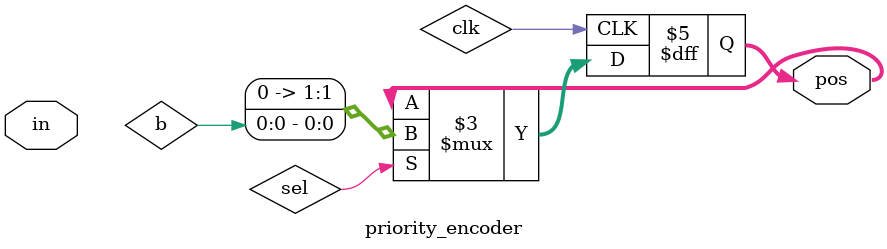
<source format=v>
module priority_encoder( 
input [2:0] in,
output reg [1:0] pos ); 
// When sel=1, assign b to out
always @(posedge clk) begin
  if (sel == 1)
    pos <= b;
end
endmodule

</source>
